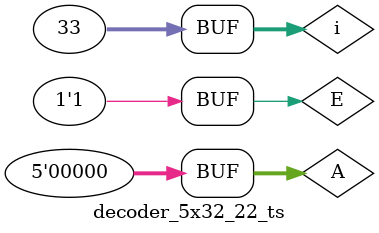
<source format=v>
module decoder_2x4 ( output [3:0] d,
                     input A,B,E);

wire An,Bn;

not (An,A);
not (Bn,B);
and (d[0],An,Bn,E);
and (d[1],An,B,E);
and (d[2],A,Bn,E);
and (d[3],A,B,E);

endmodule 


module decoder_3x8 ( output [7:0] d,
                     input x,y,z,E);

wire xn,yn,zn;

not (xn,x);
not (yn,y);
not (zn,z);

and (d[0],zn,yn,xn,E);
and (d[1],z,yn,xn,E);
and (d[2],zn,y,xn,E);
and (d[3],z,y,xn,E);
and (d[4],zn,yn,x,E);
and (d[5],z,yn,x,E);
and (d[6],zn,y,x,E);
and (d[7],z,y,x,E);

endmodule 


module decoder_5x32 ( output [31:0] D,
                      input [4:0] A,
                      input E);
wire [3:0] c;

decoder_2x4 m(c[3:0],A[4],A[3],E);
decoder_3x8 w1(D[7:0],A[2],A[1],A[0],c[0]);
decoder_3x8 w2(D[15:8],A[2],A[1],A[0],c[1]);
decoder_3x8 w3(D[23:16],A[2],A[1],A[0],c[2]);
decoder_3x8 w4(D[31:24],A[2],A[1],A[0],c[3]);

endmodule 
 
`timescale 1ns/1ps

module decoder_5x32_ts();

reg [4:0] A;
reg E;
wire [31:0] D2;
integer i = 0;  

decoder_5x32 c(D2,A,E);

initial
begin

E = 1'b0;
A = 5'b0;

$monitor ("in : %d E : %b out : %b",A,E,D2); 

#10 E = 1'b1;
for (i = 1 ; i <= 32 ; i = i + 1)
#10 A = A + 1;
end

endmodule  


module decoder_2x4_22 ( output [3:0] d,
                     input A,B,E);

assign d[0] = E & (~A) & (~B);
assign d[1] = E & (~A) & (B);
assign d[2] = E & (A) & (~B);
assign d[3] = E & (A) & (B);

endmodule 


module decoder_3x8_22 ( output [7:0] d,
                     input x,y,z,E);

assign d[0] = E & (~z) & (~y) & (~x);
assign d[1] = E & (z) & (~y) & (~x);
assign d[2] = E & (~z) & (y) & (~x);
assign d[3] = E & (z) & (y) & (~x);
assign d[4] = E & (~z) & (~y) & (x);
assign d[5] = E & (z) & (~y) & (x);
assign d[6] = E & (~z) & (y) & (x);
assign d[7] = E & (z) & (y) & (x);

endmodule 


module decoder_5x32_22 ( output [31:0] D,
                      input [4:0] A,
                      input E);
wire [3:0] c;

decoder_2x4_22 m(c[3:0],A[4],A[3],E);
decoder_3x8_22 w1(D[7:0],A[2],A[1],A[0],c[0]);
decoder_3x8_22 w2(D[15:8],A[2],A[1],A[0],c[1]);
decoder_3x8_22 w3(D[23:16],A[2],A[1],A[0],c[2]);
decoder_3x8_22 w4(D[31:24],A[2],A[1],A[0],c[3]);

endmodule 
 
`timescale 1ns/1ps

module decoder_5x32_22_ts();

reg [4:0] A;
reg E;
wire [31:0] D2;
integer i = 0;  

decoder_5x32_22 c(D2,A,E);

initial
begin

E = 1'b0;
A = 5'b0;

$monitor ("in : %d E : %b out : %b",A,E,D2); 

#10 E = 1'b1;
for (i = 1 ; i <= 32 ; i = i + 1)
#10 A = A + 1;
end

endmodule 
</source>
